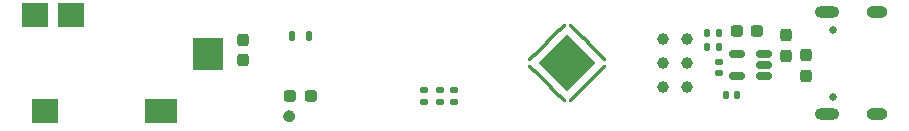
<source format=gbs>
G04 #@! TF.GenerationSoftware,KiCad,Pcbnew,(5.99.0-3809-g61f1f7d948)*
G04 #@! TF.CreationDate,2020-10-12T17:30:48-07:00*
G04 #@! TF.ProjectId,RT_USB_PD_Soldering_Iron,52545f55-5342-45f5-9044-5f536f6c6465,rev?*
G04 #@! TF.SameCoordinates,PX5f5e100PY7735940*
G04 #@! TF.FileFunction,Soldermask,Bot*
G04 #@! TF.FilePolarity,Negative*
%FSLAX46Y46*%
G04 Gerber Fmt 4.6, Leading zero omitted, Abs format (unit mm)*
G04 Created by KiCad (PCBNEW (5.99.0-3809-g61f1f7d948)) date 2020-10-12 17:30:48*
%MOMM*%
%LPD*%
G01*
G04 APERTURE LIST*
G04 Aperture macros list*
%AMRoundRect*
0 Rectangle with rounded corners*
0 $1 Rounding radius*
0 $2 $3 $4 $5 $6 $7 $8 $9 X,Y pos of 4 corners*
0 Add a 4 corners polygon primitive as box body*
4,1,4,$2,$3,$4,$5,$6,$7,$8,$9,$2,$3,0*
0 Add four circle primitives for the rounded corners*
1,1,$1+$1,$2,$3,0*
1,1,$1+$1,$4,$5,0*
1,1,$1+$1,$6,$7,0*
1,1,$1+$1,$8,$9,0*
0 Add four rect primitives between the rounded corners*
20,1,$1+$1,$2,$3,$4,$5,0*
20,1,$1+$1,$4,$5,$6,$7,0*
20,1,$1+$1,$6,$7,$8,$9,0*
20,1,$1+$1,$8,$9,$2,$3,0*%
%AMRotRect*
0 Rectangle, with rotation*
0 The origin of the aperture is its center*
0 $1 length*
0 $2 width*
0 $3 Rotation angle, in degrees counterclockwise*
0 Add horizontal line*
21,1,$1,$2,0,0,$3*%
G04 Aperture macros list end*
%ADD10C,0.650000*%
%ADD11O,2.100000X1.000000*%
%ADD12O,1.800000X1.000000*%
%ADD13R,2.200000X2.100000*%
%ADD14R,2.800000X2.100000*%
%ADD15R,2.600000X2.700000*%
%ADD16RoundRect,0.237500X-0.237500X0.287500X-0.237500X-0.287500X0.237500X-0.287500X0.237500X0.287500X0*%
%ADD17RoundRect,0.135000X0.135000X0.185000X-0.135000X0.185000X-0.135000X-0.185000X0.135000X-0.185000X0*%
%ADD18RoundRect,0.135000X0.185000X-0.135000X0.185000X0.135000X-0.185000X0.135000X-0.185000X-0.135000X0*%
%ADD19C,1.000000*%
%ADD20RoundRect,0.150000X0.512500X0.150000X-0.512500X0.150000X-0.512500X-0.150000X0.512500X-0.150000X0*%
%ADD21RoundRect,0.140000X0.170000X-0.140000X0.170000X0.140000X-0.170000X0.140000X-0.170000X-0.140000X0*%
%ADD22RoundRect,0.237500X-0.287500X-0.237500X0.287500X-0.237500X0.287500X0.237500X-0.287500X0.237500X0*%
%ADD23RoundRect,0.140000X0.140000X0.170000X-0.140000X0.170000X-0.140000X-0.170000X0.140000X-0.170000X0*%
%ADD24RoundRect,0.135000X-0.185000X0.135000X-0.185000X-0.135000X0.185000X-0.135000X0.185000X0.135000X0*%
%ADD25RoundRect,0.062500X-0.309359X0.220971X0.220971X-0.309359X0.309359X-0.220971X-0.220971X0.309359X0*%
%ADD26RoundRect,0.062500X-0.309359X-0.220971X-0.220971X-0.309359X0.309359X0.220971X0.220971X0.309359X0*%
%ADD27RotRect,3.450000X3.450000X45.000000*%
%ADD28RoundRect,0.237500X0.237500X-0.287500X0.237500X0.287500X-0.237500X0.287500X-0.237500X-0.287500X0*%
%ADD29RoundRect,0.137500X0.137500X0.262500X-0.137500X0.262500X-0.137500X-0.262500X0.137500X-0.262500X0*%
%ADD30RoundRect,0.140000X-0.170000X0.140000X-0.170000X-0.140000X0.170000X-0.140000X0.170000X0.140000X0*%
G04 APERTURE END LIST*
D10*
G04 #@! TO.C,J1*
X69700000Y2790000D03*
X69700000Y-2890000D03*
D11*
X69200000Y4320000D03*
D12*
X73380000Y-4320000D03*
X73380000Y4320000D03*
D11*
X69200000Y-4320000D03*
G04 #@! TD*
D13*
G04 #@! TO.C,J2*
X3000000Y-4050000D03*
X5200000Y4050000D03*
X2100000Y4050000D03*
D14*
X12800000Y-4050000D03*
D15*
X16800000Y750000D03*
G04 #@! TD*
D16*
G04 #@! TO.C,C16*
X19700000Y225000D03*
X19700000Y1975000D03*
G04 #@! TD*
G04 #@! TO.C,C1*
X67400000Y-1075000D03*
X67400000Y675000D03*
G04 #@! TD*
D17*
G04 #@! TO.C,R6*
X60014400Y1307528D03*
X58994400Y1307528D03*
G04 #@! TD*
D18*
G04 #@! TO.C,R4*
X35100000Y-2290000D03*
X35100000Y-3310000D03*
G04 #@! TD*
D19*
G04 #@! TO.C,TP3*
X57300000Y2000000D03*
G04 #@! TD*
D20*
G04 #@! TO.C,U1*
X63838440Y754003D03*
X63838440Y-195997D03*
X63838440Y-1145997D03*
X61563440Y-1145997D03*
X61563440Y754003D03*
G04 #@! TD*
D21*
G04 #@! TO.C,C18*
X60001364Y91866D03*
X60001364Y-868134D03*
G04 #@! TD*
D22*
G04 #@! TO.C,C2*
X61525000Y2700000D03*
X63275000Y2700000D03*
G04 #@! TD*
D19*
G04 #@! TO.C,TP5*
X57300000Y-2000000D03*
G04 #@! TD*
D23*
G04 #@! TO.C,C3*
X61580000Y-2700000D03*
X60620000Y-2700000D03*
G04 #@! TD*
D22*
G04 #@! TO.C,C15*
X23725000Y-2800000D03*
X25475000Y-2800000D03*
G04 #@! TD*
D19*
G04 #@! TO.C,TP2*
X55300000Y2000000D03*
G04 #@! TD*
G04 #@! TO.C,TP4*
X55300000Y0D03*
G04 #@! TD*
G04 #@! TO.C,TP1*
X55300000Y-2000000D03*
G04 #@! TD*
D24*
G04 #@! TO.C,R2*
X37600000Y-3310000D03*
X37600000Y-2290000D03*
G04 #@! TD*
D25*
G04 #@! TO.C,U5*
X46713864Y-2961010D03*
X46360311Y-2607456D03*
X46006757Y-2253903D03*
X45653204Y-1900349D03*
X45299651Y-1546796D03*
X44946097Y-1193243D03*
X44592544Y-839689D03*
X44238990Y-486136D03*
D26*
X44238990Y486136D03*
X44592544Y839689D03*
X44946097Y1193243D03*
X45299651Y1546796D03*
X45653204Y1900349D03*
X46006757Y2253903D03*
X46360311Y2607456D03*
X46713864Y2961010D03*
D25*
X47686136Y2961010D03*
X48039689Y2607456D03*
X48393243Y2253903D03*
X48746796Y1900349D03*
X49100349Y1546796D03*
X49453903Y1193243D03*
X49807456Y839689D03*
X50161010Y486136D03*
D26*
X50161010Y-486136D03*
X49807456Y-839689D03*
X49453903Y-1193243D03*
X49100349Y-1546796D03*
X48746796Y-1900349D03*
X48393243Y-2253903D03*
X48039689Y-2607456D03*
X47686136Y-2961010D03*
D27*
X47200000Y0D03*
G04 #@! TD*
D28*
G04 #@! TO.C,C33*
X65682677Y2346374D03*
X65682677Y596374D03*
G04 #@! TD*
D17*
G04 #@! TO.C,R7*
X60010000Y2508649D03*
X58990000Y2508649D03*
G04 #@! TD*
D29*
G04 #@! TO.C,D2*
X25325000Y2300000D03*
X23912500Y2300000D03*
G04 #@! TD*
D30*
G04 #@! TO.C,C4*
X36400000Y-3280000D03*
X36400000Y-2320000D03*
G04 #@! TD*
D19*
G04 #@! TO.C,TP6*
X57300000Y0D03*
G04 #@! TD*
G36*
X23735197Y-4008391D02*
G01*
X23759421Y-4013209D01*
X23829464Y-4034456D01*
X23852284Y-4043909D01*
X23916839Y-4078414D01*
X23937380Y-4092139D01*
X23993962Y-4138577D01*
X24011423Y-4156038D01*
X24057861Y-4212620D01*
X24071586Y-4233161D01*
X24106091Y-4297716D01*
X24115544Y-4320536D01*
X24136791Y-4390579D01*
X24141609Y-4414803D01*
X24148784Y-4487649D01*
X24148784Y-4512351D01*
X24141609Y-4585197D01*
X24136791Y-4609421D01*
X24115544Y-4679464D01*
X24106091Y-4702284D01*
X24071586Y-4766839D01*
X24057861Y-4787380D01*
X24011423Y-4843962D01*
X23993962Y-4861423D01*
X23937380Y-4907861D01*
X23916839Y-4921586D01*
X23852284Y-4956091D01*
X23829464Y-4965544D01*
X23759421Y-4986791D01*
X23735197Y-4991609D01*
X23662351Y-4998784D01*
X23637649Y-4998784D01*
X23564803Y-4991609D01*
X23540579Y-4986791D01*
X23470536Y-4965544D01*
X23447716Y-4956091D01*
X23383161Y-4921586D01*
X23362620Y-4907861D01*
X23306038Y-4861423D01*
X23288577Y-4843962D01*
X23242139Y-4787380D01*
X23228414Y-4766839D01*
X23193909Y-4702284D01*
X23184456Y-4679464D01*
X23163209Y-4609421D01*
X23158391Y-4585197D01*
X23151216Y-4512351D01*
X23151216Y-4487649D01*
X23158391Y-4414803D01*
X23163209Y-4390579D01*
X23184456Y-4320536D01*
X23193909Y-4297716D01*
X23228414Y-4233161D01*
X23242139Y-4212620D01*
X23288577Y-4156038D01*
X23306038Y-4138577D01*
X23362620Y-4092139D01*
X23383161Y-4078414D01*
X23447716Y-4043909D01*
X23470536Y-4034456D01*
X23540579Y-4013209D01*
X23564803Y-4008391D01*
X23637649Y-4001216D01*
X23662351Y-4001216D01*
X23735197Y-4008391D01*
G37*
M02*

</source>
